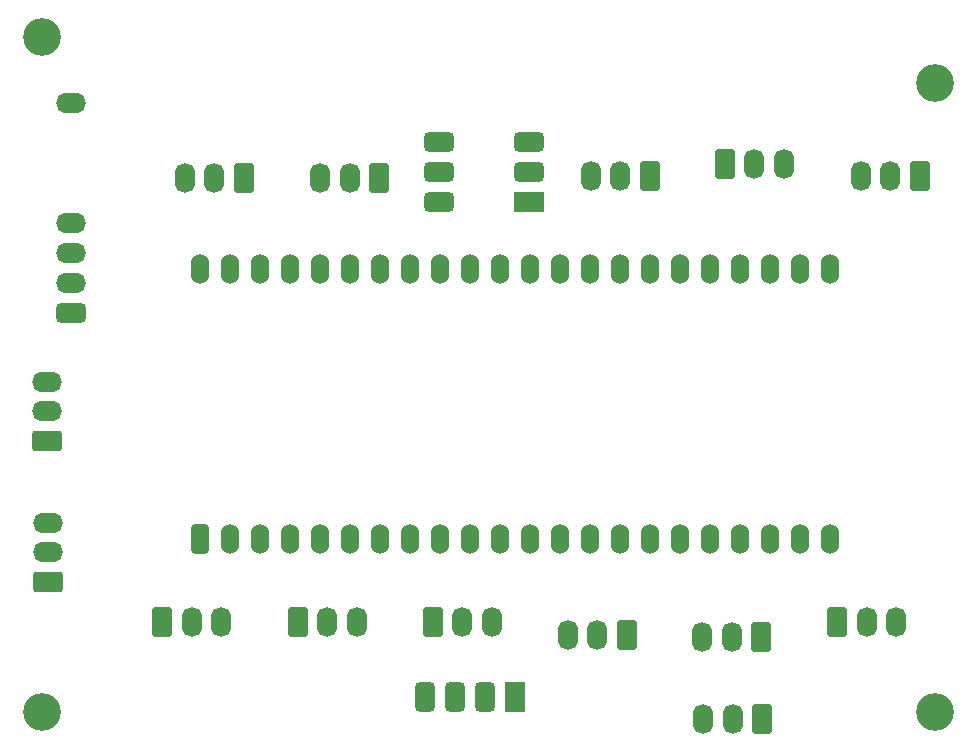
<source format=gbr>
%TF.GenerationSoftware,KiCad,Pcbnew,7.0.1*%
%TF.CreationDate,2023-04-18T16:59:51-04:00*%
%TF.ProjectId,luison-electronics,6c756973-6f6e-42d6-956c-656374726f6e,rev?*%
%TF.SameCoordinates,Original*%
%TF.FileFunction,Soldermask,Bot*%
%TF.FilePolarity,Negative*%
%FSLAX46Y46*%
G04 Gerber Fmt 4.6, Leading zero omitted, Abs format (unit mm)*
G04 Created by KiCad (PCBNEW 7.0.1) date 2023-04-18 16:59:51*
%MOMM*%
%LPD*%
G01*
G04 APERTURE LIST*
G04 Aperture macros list*
%AMRoundRect*
0 Rectangle with rounded corners*
0 $1 Rounding radius*
0 $2 $3 $4 $5 $6 $7 $8 $9 X,Y pos of 4 corners*
0 Add a 4 corners polygon primitive as box body*
4,1,4,$2,$3,$4,$5,$6,$7,$8,$9,$2,$3,0*
0 Add four circle primitives for the rounded corners*
1,1,$1+$1,$2,$3*
1,1,$1+$1,$4,$5*
1,1,$1+$1,$6,$7*
1,1,$1+$1,$8,$9*
0 Add four rect primitives between the rounded corners*
20,1,$1+$1,$2,$3,$4,$5,0*
20,1,$1+$1,$4,$5,$6,$7,0*
20,1,$1+$1,$6,$7,$8,$9,0*
20,1,$1+$1,$8,$9,$2,$3,0*%
G04 Aperture macros list end*
%ADD10RoundRect,0.250000X-0.600000X-1.020000X0.600000X-1.020000X0.600000X1.020000X-0.600000X1.020000X0*%
%ADD11O,1.700000X2.540000*%
%ADD12RoundRect,0.250000X1.020000X-0.600000X1.020000X0.600000X-1.020000X0.600000X-1.020000X-0.600000X0*%
%ADD13O,2.540000X1.700000*%
%ADD14RoundRect,0.425000X0.845000X0.425000X-0.845000X0.425000X-0.845000X-0.425000X0.845000X-0.425000X0*%
%ADD15R,2.540000X1.700000*%
%ADD16RoundRect,0.425000X0.845000X-0.425000X0.845000X0.425000X-0.845000X0.425000X-0.845000X-0.425000X0*%
%ADD17RoundRect,0.250000X0.600000X1.020000X-0.600000X1.020000X-0.600000X-1.020000X0.600000X-1.020000X0*%
%ADD18C,3.200000*%
%ADD19R,1.700000X2.540000*%
%ADD20RoundRect,0.425000X-0.425000X0.845000X-0.425000X-0.845000X0.425000X-0.845000X0.425000X0.845000X0*%
%ADD21RoundRect,0.381000X0.381000X-0.889000X0.381000X0.889000X-0.381000X0.889000X-0.381000X-0.889000X0*%
%ADD22O,1.524000X2.540000*%
G04 APERTURE END LIST*
D10*
%TO.C,PS3*%
X182245000Y-108585000D03*
D11*
X184745000Y-108585000D03*
X187245000Y-108585000D03*
%TD*%
D12*
%TO.C,PS9*%
X115316000Y-93265000D03*
D13*
X115316000Y-90765000D03*
X115316000Y-88265000D03*
%TD*%
D14*
%TO.C,GYRO2*%
X117406075Y-82495000D03*
D13*
X117406075Y-79955000D03*
X117406075Y-77415000D03*
X117406075Y-74875000D03*
X117406075Y-64715000D03*
%TD*%
D15*
%TO.C,SW3*%
X156195000Y-73025000D03*
D16*
X156195000Y-70485000D03*
X156195000Y-67945000D03*
X148575000Y-67945000D03*
X148575000Y-70485000D03*
X148575000Y-73025000D03*
%TD*%
D17*
%TO.C,LS4*%
X143470000Y-71010000D03*
D11*
X140970000Y-71010000D03*
X138470000Y-71010000D03*
%TD*%
D17*
%TO.C,PS6*%
X189230000Y-70883000D03*
D11*
X186730000Y-70883000D03*
X184230000Y-70883000D03*
%TD*%
D18*
%TO.C,REF\u002A\u002A*%
X114935000Y-116205000D03*
%TD*%
D19*
%TO.C,U2*%
X154940000Y-114935000D03*
D20*
X152400000Y-114935000D03*
X149860000Y-114935000D03*
X147320000Y-114935000D03*
%TD*%
D18*
%TO.C,REF\u002A\u002A*%
X190500000Y-62992000D03*
%TD*%
D12*
%TO.C,PS8*%
X115443000Y-105203000D03*
D13*
X115443000Y-102703000D03*
X115443000Y-100203000D03*
%TD*%
D10*
%TO.C,PS7*%
X147995000Y-108585000D03*
D11*
X150495000Y-108585000D03*
X152995000Y-108585000D03*
%TD*%
D17*
%TO.C,PS2*%
X175815000Y-109855000D03*
D11*
X173315000Y-109855000D03*
X170815000Y-109855000D03*
%TD*%
D10*
%TO.C,PS5*%
X172745000Y-69850000D03*
D11*
X175245000Y-69850000D03*
X177745000Y-69850000D03*
%TD*%
D17*
%TO.C,PS1*%
X164425000Y-109745000D03*
D11*
X161925000Y-109745000D03*
X159425000Y-109745000D03*
%TD*%
D18*
%TO.C,REF\u002A\u002A*%
X190500000Y-116205000D03*
%TD*%
%TO.C,REF\u002A\u002A*%
X114935000Y-59055000D03*
%TD*%
D10*
%TO.C,LS2*%
X136565000Y-108585000D03*
D11*
X139065000Y-108585000D03*
X141565000Y-108585000D03*
%TD*%
D17*
%TO.C,COOLER*%
X175895000Y-116840000D03*
D11*
X173395000Y-116840000D03*
X170895000Y-116840000D03*
%TD*%
D21*
%TO.C,MCU2*%
X128271500Y-101560000D03*
D22*
X130811500Y-101560000D03*
X133351500Y-101560000D03*
X135891500Y-101560000D03*
X138431500Y-101560000D03*
X140971500Y-101560000D03*
X143511500Y-101560000D03*
X146051500Y-101560000D03*
X148591500Y-101560000D03*
X151131500Y-101560000D03*
X153671500Y-101560000D03*
X156211500Y-101560000D03*
X158751500Y-101560000D03*
X161291500Y-101560000D03*
X163831500Y-101560000D03*
X166371500Y-101560000D03*
X168911500Y-101560000D03*
X171451500Y-101560000D03*
X173991500Y-101560000D03*
X176531500Y-101560000D03*
X179071500Y-101560000D03*
X181611500Y-101560000D03*
X128271500Y-78700000D03*
X130811500Y-78700000D03*
X133351500Y-78700000D03*
X135891500Y-78700000D03*
X138431500Y-78700000D03*
X140971500Y-78700000D03*
X143511500Y-78700000D03*
X146051500Y-78700000D03*
X148591500Y-78700000D03*
X151131500Y-78700000D03*
X153671500Y-78700000D03*
X156211500Y-78700000D03*
X158751500Y-78700000D03*
X161291500Y-78700000D03*
X163831500Y-78700000D03*
X166371500Y-78700000D03*
X168911500Y-78700000D03*
X171451500Y-78700000D03*
X173991500Y-78700000D03*
X176531500Y-78700000D03*
X179071500Y-78700000D03*
X181611500Y-78700000D03*
%TD*%
D17*
%TO.C,LS3*%
X132025000Y-71010000D03*
D11*
X129525000Y-71010000D03*
X127025000Y-71010000D03*
%TD*%
D17*
%TO.C,PS4*%
X166370000Y-70883000D03*
D11*
X163870000Y-70883000D03*
X161370000Y-70883000D03*
%TD*%
D10*
%TO.C,LS1*%
X125080000Y-108585000D03*
D11*
X127580000Y-108585000D03*
X130080000Y-108585000D03*
%TD*%
M02*

</source>
